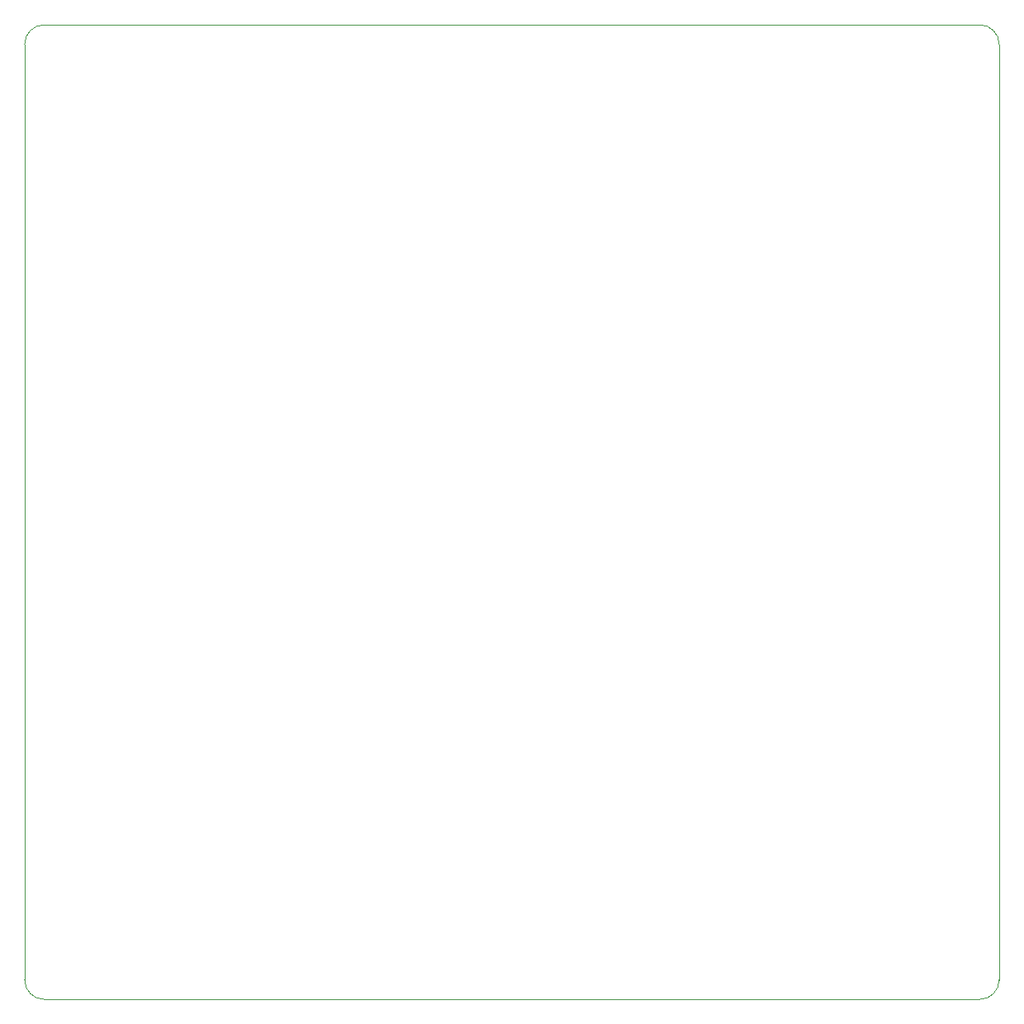
<source format=gbr>
%TF.GenerationSoftware,KiCad,Pcbnew,9.0.6*%
%TF.CreationDate,2026-01-08T15:16:43+08:00*%
%TF.ProjectId,STM32H7_PEDAL_V9,53544d33-3248-4375-9f50-4544414c5f56,rev?*%
%TF.SameCoordinates,Original*%
%TF.FileFunction,Profile,NP*%
%FSLAX46Y46*%
G04 Gerber Fmt 4.6, Leading zero omitted, Abs format (unit mm)*
G04 Created by KiCad (PCBNEW 9.0.6) date 2026-01-08 15:16:43*
%MOMM*%
%LPD*%
G01*
G04 APERTURE LIST*
%TA.AperFunction,Profile*%
%ADD10C,0.050000*%
%TD*%
G04 APERTURE END LIST*
D10*
X162159712Y-92931718D02*
G75*
G02*
X164159712Y-90931712I1999988J18D01*
G01*
X262159712Y-92931718D02*
X262159712Y-188931718D01*
X162159712Y-92931718D02*
X162159712Y-188931718D01*
X260159712Y-190931718D02*
X164159712Y-190931725D01*
X262159712Y-188931718D02*
G75*
G02*
X260159712Y-190931712I-2000012J18D01*
G01*
X164150320Y-90931734D02*
X260159712Y-90931726D01*
X164159712Y-190931718D02*
G75*
G02*
X162159682Y-188931718I-12J2000018D01*
G01*
X260159712Y-90931718D02*
G75*
G02*
X262159682Y-92931718I-12J-1999982D01*
G01*
M02*

</source>
